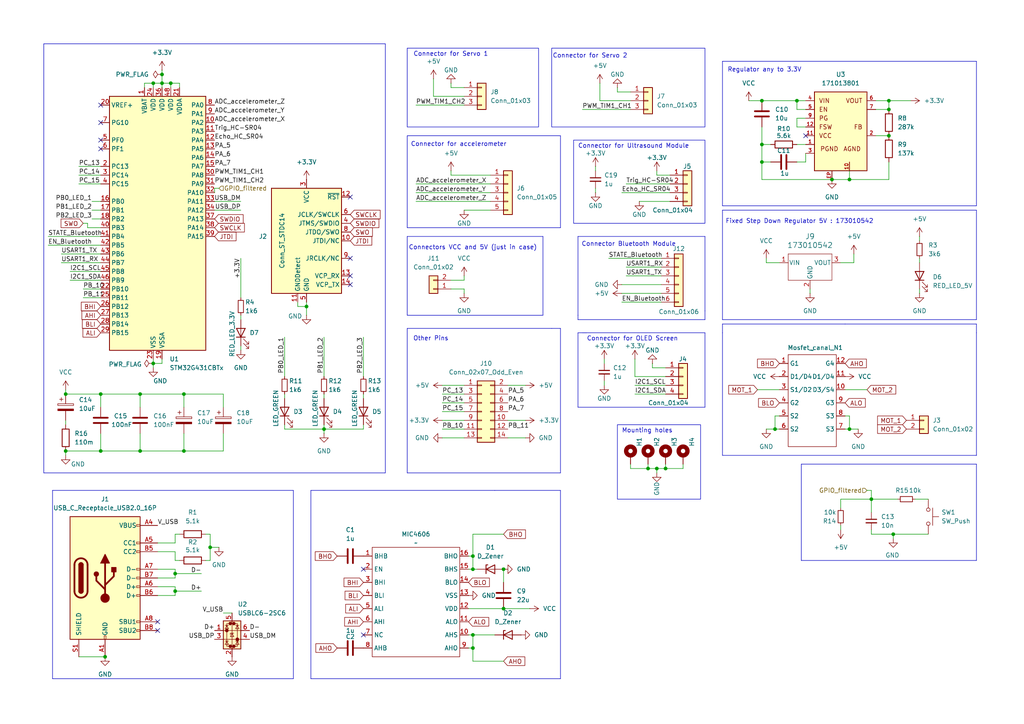
<source format=kicad_sch>
(kicad_sch (version 20231120) (generator "eeschema") (generator_version "8.0")
  (paper "A4")
  (junction (at 46.99 24.13))
  (junction (at 146.05 176.53))
  (junction (at 29.21 114.3))
  (junction (at 246.38 52.07))
  (junction (at 60.96 158.75))
  (junction (at 252.73 144.78))
  (junction (at 50.8 171.45))
  (junction (at 19.05 130.81))
  (junction (at 257.81 29.21))
  (junction (at 30.48 190.5))
  (junction (at 193.04 135.89))
  (junction (at 220.98 41.91))
  (junction (at 137.16 187.96))
  (junction (at 53.34 130.81))
  (junction (at 49.53 24.13))
  (junction (at 53.34 114.3))
  (junction (at 220.98 29.21))
  (junction (at 246.38 124.46))
  (junction (at 220.98 46.99))
  (junction (at 146.05 165.1))
  (junction (at 46.99 21.59))
  (junction (at 241.3 52.07))
  (junction (at 29.21 130.81))
  (junction (at 187.96 135.89))
  (junction (at 257.81 39.37))
  (junction (at 190.5 135.89))
  (junction (at 19.05 114.3))
  (junction (at 137.16 161.29))
  (junction (at 231.14 29.21))
  (junction (at 259.08 154.94))
  (junction (at 44.45 24.13))
  (junction (at 40.64 114.3))
  (junction (at 44.45 105.41))
  (junction (at 93.98 124.46))
  (junction (at 137.16 184.15))
  (junction (at 224.79 124.46))
  (junction (at 50.8 166.37))
  (junction (at 40.64 130.81))
  (junction (at 257.81 31.75))
  (junction (at 137.16 165.1))
  (junction (at 88.9 88.9))
  (no_connect (at 101.6 82.55))
  (no_connect (at 101.6 57.15))
  (no_connect (at 29.21 43.18))
  (no_connect (at 29.21 30.48))
  (no_connect (at 29.21 35.56))
  (no_connect (at 105.41 165.1))
  (no_connect (at 45.72 180.34))
  (no_connect (at 233.68 39.37))
  (no_connect (at 45.72 182.88))
  (no_connect (at 105.41 184.15))
  (no_connect (at 101.6 74.93))
  (no_connect (at 101.6 80.01))
  (no_connect (at 29.21 40.64))
  (wire (pts (xy 128.27 116.84) (xy 134.62 116.84)))
  (wire (pts (xy 251.46 142.24) (xy 252.73 142.24)))
  (wire (pts (xy 24.13 83.82) (xy 29.21 83.82)))
  (wire (pts (xy 93.98 114.3) (xy 93.98 115.57)))
  (polyline (pts (xy 118.11 127) (xy 118.11 137.16)))
  (wire (pts (xy 246.38 49.53) (xy 246.38 52.07)))
  (wire (pts (xy 69.85 100.33) (xy 69.85 101.6)))
  (wire (pts (xy 64.77 125.73) (xy 64.77 130.81)))
  (wire (pts (xy 234.95 83.82) (xy 234.95 85.09)))
  (polyline (pts (xy 162.56 137.16) (xy 162.56 95.25)))
  (wire (pts (xy 59.69 154.94) (xy 60.96 154.94)))
  (wire (pts (xy 50.8 171.45) (xy 50.8 172.72)))
  (wire (pts (xy 247.65 73.66) (xy 247.65 76.2)))
  (wire (pts (xy 184.15 111.76) (xy 193.04 111.76)))
  (wire (pts (xy 233.68 36.83) (xy 231.14 36.83)))
  (polyline (pts (xy 167.64 68.58) (xy 167.64 91.44)))
  (polyline (pts (xy 283.21 134.62) (xy 283.21 162.56)))
  (polyline (pts (xy 12.7 137.16) (xy 111.76 137.16)))
  (wire (pts (xy 25.4 64.77) (xy 25.4 66.04)))
  (wire (pts (xy 17.78 76.2) (xy 29.21 76.2)))
  (wire (pts (xy 50.8 171.45) (xy 58.42 171.45)))
  (polyline (pts (xy 167.64 92.71) (xy 167.64 91.44)))
  (wire (pts (xy 222.25 124.46) (xy 224.79 124.46)))
  (wire (pts (xy 49.53 24.13) (xy 52.07 24.13)))
  (polyline (pts (xy 90.17 142.24) (xy 143.51 142.24)))
  (wire (pts (xy 243.84 153.67) (xy 243.84 152.4)))
  (wire (pts (xy 130.81 83.82) (xy 134.62 83.82)))
  (polyline (pts (xy 85.09 196.85) (xy 15.24 196.85)))
  (wire (pts (xy 182.88 134.62) (xy 182.88 135.89)))
  (polyline (pts (xy 283.21 17.78) (xy 283.21 59.69)))
  (polyline (pts (xy 204.47 90.17) (xy 204.47 92.71)))
  (wire (pts (xy 44.45 24.13) (xy 44.45 25.4)))
  (wire (pts (xy 224.79 124.46) (xy 226.06 124.46)))
  (wire (pts (xy 19.05 130.81) (xy 19.05 132.08)))
  (polyline (pts (xy 167.64 118.11) (xy 167.64 96.52)))
  (polyline (pts (xy 15.24 196.85) (xy 15.24 142.24)))
  (wire (pts (xy 264.16 29.21) (xy 257.81 29.21)))
  (wire (pts (xy 231.14 46.99) (xy 233.68 46.99)))
  (wire (pts (xy 120.65 30.48) (xy 134.62 30.48)))
  (wire (pts (xy 233.68 46.99) (xy 233.68 44.45)))
  (wire (pts (xy 62.23 60.96) (xy 69.85 60.96)))
  (polyline (pts (xy 204.47 96.52) (xy 204.47 118.11)))
  (wire (pts (xy 13.97 71.12) (xy 29.21 71.12)))
  (wire (pts (xy 265.43 144.78) (xy 269.24 144.78)))
  (wire (pts (xy 64.77 114.3) (xy 64.77 118.11)))
  (wire (pts (xy 138.43 165.1) (xy 137.16 165.1)))
  (wire (pts (xy 190.5 49.53) (xy 190.5 50.8)))
  (wire (pts (xy 254 39.37) (xy 257.81 39.37)))
  (polyline (pts (xy 168.91 96.52) (xy 204.47 96.52)))
  (wire (pts (xy 266.7 68.58) (xy 266.7 69.85)))
  (wire (pts (xy 130.81 24.13) (xy 130.81 25.4)))
  (wire (pts (xy 189.23 105.41) (xy 189.23 106.68)))
  (wire (pts (xy 60.96 158.75) (xy 60.96 162.56)))
  (wire (pts (xy 64.77 177.8) (xy 67.31 177.8)))
  (wire (pts (xy 176.53 74.93) (xy 191.77 74.93)))
  (wire (pts (xy 69.85 74.93) (xy 69.85 86.36)))
  (wire (pts (xy 220.98 46.99) (xy 220.98 52.07)))
  (wire (pts (xy 29.21 130.81) (xy 19.05 130.81)))
  (wire (pts (xy 220.98 41.91) (xy 220.98 46.99)))
  (wire (pts (xy 254 31.75) (xy 257.81 31.75)))
  (wire (pts (xy 173.99 24.13) (xy 173.99 29.21)))
  (wire (pts (xy 134.62 83.82) (xy 134.62 85.09)))
  (wire (pts (xy 50.8 154.94) (xy 52.07 154.94)))
  (wire (pts (xy 125.73 27.94) (xy 134.62 27.94)))
  (wire (pts (xy 243.84 147.32) (xy 243.84 144.78)))
  (wire (pts (xy 45.72 157.48) (xy 50.8 157.48)))
  (wire (pts (xy 88.9 91.44) (xy 88.9 88.9)))
  (polyline (pts (xy 118.11 39.37) (xy 118.11 66.04)))
  (wire (pts (xy 259.08 154.94) (xy 259.08 156.21)))
  (polyline (pts (xy 118.11 39.37) (xy 119.38 39.37)))
  (wire (pts (xy 135.89 184.15) (xy 137.16 184.15)))
  (wire (pts (xy 220.98 41.91) (xy 223.52 41.91)))
  (wire (pts (xy 137.16 187.96) (xy 135.89 187.96)))
  (wire (pts (xy 128.27 114.3) (xy 134.62 114.3)))
  (wire (pts (xy 125.73 22.86) (xy 125.73 27.94)))
  (polyline (pts (xy 90.17 196.85) (xy 90.17 142.24)))
  (polyline (pts (xy 162.56 39.37) (xy 162.56 66.04)))
  (polyline (pts (xy 232.41 134.62) (xy 283.21 134.62)))
  (wire (pts (xy 175.26 110.49) (xy 175.26 111.76)))
  (wire (pts (xy 134.62 60.96) (xy 142.24 60.96)))
  (wire (pts (xy 26.67 63.5) (xy 29.21 63.5)))
  (wire (pts (xy 128.27 119.38) (xy 134.62 119.38)))
  (polyline (pts (xy 162.56 95.25) (xy 160.02 95.25)))
  (polyline (pts (xy 283.21 93.98) (xy 283.21 96.52)))
  (wire (pts (xy 180.34 87.63) (xy 191.77 87.63)))
  (polyline (pts (xy 204.47 118.11) (xy 167.64 118.11)))
  (wire (pts (xy 46.99 21.59) (xy 46.99 24.13)))
  (wire (pts (xy 49.53 25.4) (xy 49.53 24.13)))
  (polyline (pts (xy 204.47 68.58) (xy 204.47 90.17)))
  (wire (pts (xy 168.91 31.75) (xy 182.88 31.75)))
  (polyline (pts (xy 119.38 39.37) (xy 162.56 39.37)))
  (wire (pts (xy 60.96 154.94) (xy 60.96 158.75)))
  (wire (pts (xy 40.64 118.11) (xy 40.64 114.3)))
  (polyline (pts (xy 245.11 93.98) (xy 283.21 93.98)))
  (wire (pts (xy 220.98 36.83) (xy 220.98 41.91)))
  (wire (pts (xy 257.81 31.75) (xy 257.81 29.21)))
  (wire (pts (xy 181.61 53.34) (xy 194.31 53.34)))
  (wire (pts (xy 46.99 20.32) (xy 46.99 21.59)))
  (polyline (pts (xy 162.56 142.24) (xy 162.56 196.85)))
  (wire (pts (xy 180.34 85.09) (xy 191.77 85.09)))
  (polyline (pts (xy 209.55 96.52) (xy 209.55 132.08)))
  (wire (pts (xy 231.14 41.91) (xy 233.68 41.91)))
  (wire (pts (xy 88.9 88.9) (xy 86.36 88.9)))
  (wire (pts (xy 46.99 24.13) (xy 49.53 24.13)))
  (wire (pts (xy 257.81 52.07) (xy 246.38 52.07)))
  (wire (pts (xy 19.05 121.92) (xy 19.05 123.19)))
  (wire (pts (xy 29.21 118.11) (xy 29.21 114.3)))
  (polyline (pts (xy 283.21 96.52) (xy 283.21 132.08)))
  (wire (pts (xy 22.86 190.5) (xy 30.48 190.5)))
  (polyline (pts (xy 167.64 68.58) (xy 204.47 68.58)))
  (wire (pts (xy 245.11 113.03) (xy 251.46 113.03)))
  (wire (pts (xy 22.86 53.34) (xy 29.21 53.34)))
  (wire (pts (xy 105.41 123.19) (xy 105.41 124.46)))
  (polyline (pts (xy 209.55 17.78) (xy 283.21 17.78)))
  (wire (pts (xy 259.08 154.94) (xy 269.24 154.94)))
  (wire (pts (xy 88.9 87.63) (xy 88.9 88.9)))
  (wire (pts (xy 219.71 113.03) (xy 226.06 113.03)))
  (polyline (pts (xy 167.64 96.52) (xy 170.18 96.52)))
  (wire (pts (xy 93.98 97.79) (xy 93.98 109.22)))
  (wire (pts (xy 137.16 161.29) (xy 137.16 165.1)))
  (wire (pts (xy 222.25 76.2) (xy 226.06 76.2)))
  (wire (pts (xy 53.34 125.73) (xy 53.34 130.81)))
  (wire (pts (xy 13.97 68.58) (xy 29.21 68.58)))
  (wire (pts (xy 53.34 114.3) (xy 53.34 118.11)))
  (wire (pts (xy 62.23 54.61) (xy 63.5 54.61)))
  (wire (pts (xy 130.81 25.4) (xy 134.62 25.4)))
  (wire (pts (xy 184.15 109.22) (xy 193.04 109.22)))
  (polyline (pts (xy 283.21 92.71) (xy 209.55 92.71)))
  (polyline (pts (xy 283.21 132.08) (xy 283.21 132.08)))
  (wire (pts (xy 128.27 111.76) (xy 134.62 111.76)))
  (wire (pts (xy 184.15 114.3) (xy 193.04 114.3)))
  (wire (pts (xy 135.89 176.53) (xy 146.05 176.53)))
  (wire (pts (xy 231.14 34.29) (xy 233.68 34.29)))
  (wire (pts (xy 46.99 104.14) (xy 46.99 105.41)))
  (wire (pts (xy 220.98 52.07) (xy 241.3 52.07)))
  (wire (pts (xy 220.98 46.99) (xy 223.52 46.99)))
  (wire (pts (xy 246.38 124.46) (xy 248.92 124.46)))
  (wire (pts (xy 137.16 154.94) (xy 137.16 161.29)))
  (wire (pts (xy 20.32 81.28) (xy 29.21 81.28)))
  (wire (pts (xy 40.64 125.73) (xy 40.64 130.81)))
  (polyline (pts (xy 118.11 127) (xy 118.11 95.25)))
  (wire (pts (xy 44.45 106.68) (xy 44.45 105.41)))
  (wire (pts (xy 105.41 114.3) (xy 105.41 115.57)))
  (wire (pts (xy 246.38 52.07) (xy 241.3 52.07)))
  (wire (pts (xy 137.16 161.29) (xy 135.89 161.29)))
  (wire (pts (xy 24.13 64.77) (xy 25.4 64.77)))
  (wire (pts (xy 120.65 53.34) (xy 142.24 53.34)))
  (wire (pts (xy 93.98 124.46) (xy 93.98 125.73)))
  (wire (pts (xy 222.25 74.93) (xy 222.25 76.2)))
  (polyline (pts (xy 118.11 95.25) (xy 160.02 95.25)))
  (wire (pts (xy 187.96 135.89) (xy 190.5 135.89)))
  (wire (pts (xy 187.96 134.62) (xy 187.96 135.89)))
  (wire (pts (xy 45.72 170.18) (xy 50.8 170.18)))
  (wire (pts (xy 247.65 76.2) (xy 243.84 76.2)))
  (wire (pts (xy 189.23 106.68) (xy 193.04 106.68)))
  (wire (pts (xy 59.69 162.56) (xy 60.96 162.56)))
  (wire (pts (xy 50.8 166.37) (xy 50.8 167.64)))
  (polyline (pts (xy 12.7 137.16) (xy 12.7 12.7)))
  (wire (pts (xy 82.55 97.79) (xy 82.55 109.22)))
  (wire (pts (xy 245.11 120.65) (xy 246.38 120.65)))
  (wire (pts (xy 41.91 24.13) (xy 44.45 24.13)))
  (wire (pts (xy 152.4 121.92) (xy 147.32 121.92)))
  (wire (pts (xy 29.21 60.96) (xy 26.67 60.96)))
  (wire (pts (xy 24.13 86.36) (xy 29.21 86.36)))
  (wire (pts (xy 173.99 29.21) (xy 182.88 29.21)))
  (wire (pts (xy 53.34 114.3) (xy 64.77 114.3)))
  (wire (pts (xy 266.7 74.93) (xy 266.7 76.2)))
  (wire (pts (xy 152.4 127) (xy 147.32 127)))
  (wire (pts (xy 50.8 170.18) (xy 50.8 171.45)))
  (wire (pts (xy 128.27 124.46) (xy 134.62 124.46)))
  (wire (pts (xy 146.05 191.77) (xy 137.16 191.77)))
  (wire (pts (xy 52.07 24.13) (xy 52.07 25.4)))
  (wire (pts (xy 120.65 58.42) (xy 142.24 58.42)))
  (wire (pts (xy 231.14 36.83) (xy 231.14 34.29)))
  (wire (pts (xy 17.78 73.66) (xy 29.21 73.66)))
  (polyline (pts (xy 283.21 59.69) (xy 209.55 59.69)))
  (polyline (pts (xy 118.11 68.58) (xy 157.48 68.58)))
  (wire (pts (xy 128.27 121.92) (xy 134.62 121.92)))
  (wire (pts (xy 134.62 81.28) (xy 130.81 81.28)))
  (wire (pts (xy 29.21 130.81) (xy 40.64 130.81)))
  (wire (pts (xy 82.55 114.3) (xy 82.55 115.57)))
  (wire (pts (xy 184.15 104.14) (xy 184.15 109.22)))
  (polyline (pts (xy 162.56 196.85) (xy 90.17 196.85)))
  (wire (pts (xy 172.72 54.61) (xy 172.72 55.88)))
  (wire (pts (xy 137.16 191.77) (xy 137.16 187.96)))
  (wire (pts (xy 20.32 78.74) (xy 29.21 78.74)))
  (wire (pts (xy 243.84 144.78) (xy 252.73 144.78)))
  (polyline (pts (xy 209.55 93.98) (xy 209.55 96.52)))
  (wire (pts (xy 19.05 114.3) (xy 19.05 113.03)))
  (wire (pts (xy 180.34 55.88) (xy 194.31 55.88)))
  (wire (pts (xy 185.42 58.42) (xy 194.31 58.42)))
  (wire (pts (xy 45.72 165.1) (xy 50.8 165.1)))
  (wire (pts (xy 252.73 148.59) (xy 252.73 144.78)))
  (wire (pts (xy 231.14 29.21) (xy 231.14 31.75)))
  (polyline (pts (xy 85.09 142.24) (xy 85.09 196.85)))
  (wire (pts (xy 257.81 46.99) (xy 257.81 52.07)))
  (wire (pts (xy 53.34 130.81) (xy 64.77 130.81)))
  (wire (pts (xy 29.21 114.3) (xy 19.05 114.3)))
  (wire (pts (xy 62.23 58.42) (xy 69.85 58.42)))
  (polyline (pts (xy 232.41 134.62) (xy 232.41 162.56)))
  (polyline (pts (xy 111.76 12.7) (xy 111.76 137.16)))
  (wire (pts (xy 44.45 104.14) (xy 44.45 105.41)))
  (wire (pts (xy 62.23 54.61) (xy 62.23 55.88)))
  (wire (pts (xy 146.05 165.1) (xy 146.05 168.91)))
  (wire (pts (xy 69.85 91.44) (xy 69.85 92.71)))
  (polyline (pts (xy 283.21 60.96) (xy 283.21 92.71)))
  (wire (pts (xy 128.27 127) (xy 134.62 127)))
  (polyline (pts (xy 283.21 162.56) (xy 232.41 162.56)))
  (wire (pts (xy 46.99 24.13) (xy 46.99 25.4)))
  (wire (pts (xy 259.08 154.94) (xy 252.73 154.94)))
  (polyline (pts (xy 209.55 60.96) (xy 283.21 60.96)))
  (wire (pts (xy 181.61 80.01) (xy 191.77 80.01)))
  (wire (pts (xy 45.72 160.02) (xy 50.8 160.02)))
  (wire (pts (xy 137.16 184.15) (xy 137.16 187.96)))
  (wire (pts (xy 82.55 124.46) (xy 93.98 124.46)))
  (wire (pts (xy 137.16 165.1) (xy 135.89 165.1)))
  (wire (pts (xy 246.38 120.65) (xy 246.38 124.46)))
  (wire (pts (xy 224.79 120.65) (xy 224.79 124.46)))
  (wire (pts (xy 181.61 77.47) (xy 191.77 77.47)))
  (wire (pts (xy 220.98 29.21) (xy 231.14 29.21)))
  (polyline (pts (xy 118.11 68.58) (xy 118.11 91.44)))
  (wire (pts (xy 180.34 82.55) (xy 191.77 82.55)))
  (wire (pts (xy 50.8 167.64) (xy 45.72 167.64)))
  (wire (pts (xy 130.81 50.8) (xy 142.24 50.8)))
  (wire (pts (xy 190.5 135.89) (xy 190.5 137.16)))
  (wire (pts (xy 50.8 160.02) (xy 50.8 162.56)))
  (polyline (pts (xy 162.56 66.04) (xy 118.11 66.04)))
  (wire (pts (xy 198.12 135.89) (xy 193.04 135.89)))
  (wire (pts (xy 146.05 176.53) (xy 153.67 176.53)))
  (wire (pts (xy 50.8 157.48) (xy 50.8 154.94)))
  (polyline (pts (xy 157.48 68.58) (xy 157.48 91.44)))
  (wire (pts (xy 40.64 114.3) (xy 53.34 114.3)))
  (wire (pts (xy 172.72 48.26) (xy 172.72 49.53)))
  (wire (pts (xy 252.73 142.24) (xy 252.73 144.78)))
  (wire (pts (xy 175.26 104.14) (xy 175.26 105.41)))
  (wire (pts (xy 29.21 58.42) (xy 26.67 58.42)))
  (polyline (pts (xy 12.7 12.7) (xy 111.76 12.7)))
  (wire (pts (xy 245.11 124.46) (xy 246.38 124.46)))
  (wire (pts (xy 146.05 154.94) (xy 137.16 154.94)))
  (wire (pts (xy 29.21 125.73) (xy 29.21 130.81)))
  (wire (pts (xy 82.55 123.19) (xy 82.55 124.46)))
  (wire (pts (xy 120.65 55.88) (xy 142.24 55.88)))
  (wire (pts (xy 190.5 135.89) (xy 193.04 135.89)))
  (polyline (pts (xy 245.11 93.98) (xy 209.55 93.98)))
  (wire (pts (xy 50.8 165.1) (xy 50.8 166.37)))
  (polyline (pts (xy 143.51 142.24) (xy 162.56 142.24)))
  (polyline (pts (xy 209.55 17.78) (xy 209.55 59.69)))
  (wire (pts (xy 40.64 130.81) (xy 53.34 130.81)))
  (wire (pts (xy 182.88 135.89) (xy 187.96 135.89)))
  (wire (pts (xy 105.41 97.79) (xy 105.41 109.22)))
  (wire (pts (xy 252.73 154.94) (xy 252.73 153.67)))
  (polyline (pts (xy 118.11 137.16) (xy 162.56 137.16)))
  (wire (pts (xy 60.96 158.75) (xy 63.5 158.75)))
  (wire (pts (xy 22.86 48.26) (xy 29.21 48.26)))
  (wire (pts (xy 50.8 172.72) (xy 45.72 172.72)))
  (wire (pts (xy 130.81 49.53) (xy 130.81 50.8)))
  (wire (pts (xy 93.98 123.19) (xy 93.98 124.46)))
  (wire (pts (xy 29.21 114.3) (xy 40.64 114.3)))
  (wire (pts (xy 190.5 50.8) (xy 194.31 50.8)))
  (polyline (pts (xy 204.47 92.71) (xy 167.64 92.71)))
  (wire (pts (xy 50.8 162.56) (xy 52.07 162.56)))
  (wire (pts (xy 266.7 85.09) (xy 266.7 83.82)))
  (wire (pts (xy 231.14 29.21) (xy 233.68 29.21)))
  (wire (pts (xy 93.98 124.46) (xy 105.41 124.46)))
  (wire (pts (xy 44.45 24.13) (xy 46.99 24.13)))
  (wire (pts (xy 44.45 105.41) (xy 46.99 105.41)))
  (wire (pts (xy 152.4 111.76) (xy 147.32 111.76)))
  (wire (pts (xy 50.8 166.37) (xy 58.42 166.37)))
  (wire (pts (xy 22.86 50.8) (xy 29.21 50.8)))
  (wire (pts (xy 179.07 26.67) (xy 182.88 26.67)))
  (wire (pts (xy 179.07 25.4) (xy 179.07 26.67)))
  (wire (pts (xy 198.12 135.89) (xy 198.12 134.62)))
  (polyline (pts (xy 209.55 132.08) (xy 283.21 132.08)))
  (wire (pts (xy 143.51 184.15) (xy 137.16 184.15)))
  (wire (pts (xy 25.4 66.04) (xy 29.21 66.04)))
  (wire (pts (xy 217.17 29.21) (xy 220.98 29.21)))
  (wire (pts (xy 257.81 29.21) (xy 254 29.21)))
  (wire (pts (xy 226.06 120.65) (xy 224.79 120.65)))
  (polyline (pts (xy 15.24 142.24) (xy 85.09 142.24)))
  (polyline (pts (xy 157.48 91.44) (xy 118.11 91.44)))
  (wire (pts (xy 231.14 31.75) (xy 233.68 31.75)))
  (polyline (pts (xy 209.55 60.96) (xy 209.55 92.71)))
  (wire (pts (xy 252.73 144.78) (xy 260.35 144.78)))
  (wire (pts (xy 41.91 24.13) (xy 41.91 25.4)))
  (wire (pts (xy 193.04 134.62) (xy 193.04 135.89)))
  (wire (pts (xy 134.62 80.01) (xy 134.62 81.28)))
  (wire (pts (xy 86.36 88.9) (xy 86.36 87.63)))
  (rectangle (start 179.07 123.19) (end 203.2 144.78))
  (rectangle (start 160.02 13.97) (end 204.47 36.83))
  (rectangle (start 166.37 40.64) (end 204.47 64.77))
  (rectangle (start 118.11 13.97) (end 156.21 36.83))
  (text "Fixed Step Down Regulator 5V : 173010542" (at 231.902 64.262 0) (effects (font (size 1.27 1.27))))
  (text "Regulator any to 3.3V" (at 221.742 20.32 0) (effects (font (size 1.27 1.27))))
  (text "Mounting holes" (at 180.34 125.73 0) (effects (font (size 1.27 1.27)) (justify left bottom)))
  (text "Connector for OLED Screen" (at 170.18 99.06 0) (effects (font (size 1.27 1.27)) (justify left bottom)))
  (text "Other Pins\n\n" (at 124.968 99.314 0) (effects (font (size 1.27 1.27))))
  (text "Connector Bluetooth Module" (at 168.656 71.628 0) (effects (font (size 1.27 1.27)) (justify left bottom)))
  (text "Connector for Servo 2\n" (at 160.274 17.018 0) (effects (font (size 1.27 1.27)) (justify left bottom)))
  (text "Connectors VCC and 5V (just in case)" (at 137.16 71.882 0) (effects (font (size 1.27 1.27))))
  (text "Connector for Ultrasound Module" (at 167.64 43.18 0) (effects (font (size 1.27 1.27)) (justify left bottom)))
  (text "Connector for Servo 1\n" (at 119.888 16.51 0) (effects (font (size 1.27 1.27)) (justify left bottom)))
  (text "Connector for accelerometer\n\n" (at 119.126 44.704 0) (effects (font (size 1.27 1.27)) (justify left bottom)))
  (label "PB_10" (at 128.27 124.46 0))
  (label "PB0_LED_1" (at 82.55 97.79 270))
  (label "EN_Bluetooth" (at 180.34 87.63 0))
  (label "PA_5" (at 62.23 43.18 0))
  (label "D+" (at 62.23 182.88 180))
  (label "Trig_HC-SR04" (at 181.61 53.34 0))
  (label "I2C1_SDA" (at 184.15 114.3 0))
  (label "PA_7" (at 62.23 48.26 0))
  (label "STATE_Bluetooth" (at 176.53 74.93 0))
  (label "PC_15" (at 22.86 53.34 0))
  (label "USB_DP" (at 62.23 185.42 180))
  (label "PC_13" (at 128.27 114.3 0))
  (label "PB2_LED_3" (at 105.41 97.79 270))
  (label "D-" (at 72.39 182.88 0))
  (label "Trig_HC-SR04" (at 62.23 38.1 0))
  (label "PC_15" (at 128.27 119.38 0))
  (label "PC_14" (at 22.86 50.8 0))
  (label "Echo_HC_SR04" (at 180.34 55.88 0))
  (label "USART1_RX" (at 17.78 76.2 0))
  (label "USART1_TX" (at 181.61 80.01 0))
  (label "PA_6" (at 147.32 116.84 0))
  (label "I2C1_SCL" (at 20.32 78.74 0))
  (label "PWM_TIM1_CH2" (at 120.65 30.48 0))
  (label "PA_6" (at 62.23 45.72 0))
  (label "ADC_accelerometer_Y" (at 120.65 55.88 0))
  (label "D+" (at 58.42 171.45 180))
  (label "PC_13" (at 22.86 48.26 0))
  (label "ADC_accelerometer_Z" (at 120.65 58.42 0))
  (label "D-" (at 58.42 166.37 180))
  (label "USB_DM" (at 69.85 58.42 180))
  (label "ADC_accelerometer_Y" (at 62.23 33.02 0))
  (label "ADC_accelerometer_X" (at 120.65 53.34 0))
  (label "V_USB" (at 64.77 177.8 180))
  (label "EN_Bluetooth" (at 13.97 71.12 0))
  (label "PWM_TIM1_CH1" (at 168.91 31.75 0))
  (label "PB_11" (at 147.32 124.46 0))
  (label "PB_11" (at 24.13 86.36 0))
  (label "PB1_LED_2" (at 93.98 97.79 270))
  (label "PWM_TIM1_CH2" (at 62.23 53.34 0))
  (label "PWM_TIM1_CH1" (at 62.23 50.8 0))
  (label "STATE_Bluetooth" (at 13.97 68.58 0))
  (label "PB_10" (at 24.13 83.82 0))
  (label "V_USB" (at 45.72 152.4 0))
  (label "PA_7" (at 147.32 119.38 0))
  (label "I2C1_SCL" (at 184.15 111.76 0))
  (label "USB_DM" (at 72.39 185.42 0))
  (label "I2C1_SDA" (at 20.32 81.28 0))
  (label "+3.3V" (at 69.85 74.93 270))
  (label "ADC_accelerometer_Z" (at 62.23 30.48 0))
  (label "USART1_TX" (at 17.78 73.66 0))
  (label "PB0_LED_1" (at 26.67 58.42 180))
  (label "PA_5" (at 147.32 114.3 0))
  (label "USART1_RX" (at 181.61 77.47 0))
  (label "PC_14" (at 128.27 116.84 0))
  (label "ADC_accelerometer_X" (at 62.23 35.56 0))
  (label "USB_DP" (at 69.85 60.96 180))
  (label "PB2_LED_3" (at 26.67 63.5 180))
  (label "PB1_LED_2" (at 26.67 60.96 180))
  (label "Echo_HC_SR04" (at 62.23 40.64 0))
  (global_label "BLO" (shape input) (at 226.06 116.84 180) (property "Intersheetrefs" "${INTERSHEET_REFS}" (effects (hide yes))))
  (global_label "BHO" (shape input) (at 97.79 161.29 180) (property "Intersheetrefs" "${INTERSHEET_REFS}" (effects (hide yes))))
  (global_label "MOT_2" (shape input) (at 251.46 113.03 0) (property "Intersheetrefs" "${INTERSHEET_REFS}" (effects (hide yes))))
  (global_label "SWCLK" (shape input) (at 101.6 62.23 0) (property "Intersheetrefs" "${INTERSHEET_REFS}" (effects (hide yes))))
  (global_label "SWO" (shape input) (at 101.6 67.31 0) (property "Intersheetrefs" "${INTERSHEET_REFS}" (effects (hide yes))))
  (global_label "SWO" (shape input) (at 24.13 64.77 180) (property "Intersheetrefs" "${INTERSHEET_REFS}" (effects (hide yes))))
  (global_label "AHI" (shape input) (at 105.41 180.34 180) (property "Intersheetrefs" "${INTERSHEET_REFS}" (effects (hide yes))))
  (global_label "ALI" (shape input) (at 29.21 96.52 180) (property "Intersheetrefs" "${INTERSHEET_REFS}" (effects (hide yes))))
  (global_label "AHO" (shape input) (at 97.79 187.96 180) (property "Intersheetrefs" "${INTERSHEET_REFS}" (effects (hide yes))))
  (global_label "MOT_2" (shape input) (at 262.89 124.46 180) (property "Intersheetrefs" "${INTERSHEET_REFS}" (effects (hide yes))))
  (global_label "AHO" (shape input) (at 245.11 105.41 0) (property "Intersheetrefs" "${INTERSHEET_REFS}" (effects (hide yes))))
  (global_label "ALO" (shape input) (at 245.11 116.84 0) (property "Intersheetrefs" "${INTERSHEET_REFS}" (effects (hide yes))))
  (global_label "BLI" (shape input) (at 29.21 93.98 180) (property "Intersheetrefs" "${INTERSHEET_REFS}" (effects (hide yes))))
  (global_label "ALI" (shape input) (at 105.41 176.53 180) (property "Intersheetrefs" "${INTERSHEET_REFS}" (effects (hide yes))))
  (global_label "BLO" (shape input) (at 135.89 168.91 0) (property "Intersheetrefs" "${INTERSHEET_REFS}" (effects (hide yes))))
  (global_label "BHO" (shape input) (at 226.06 105.41 180) (property "Intersheetrefs" "${INTERSHEET_REFS}" (effects (hide yes))))
  (global_label "SWCLK" (shape input) (at 62.23 66.04 0) (property "Intersheetrefs" "${INTERSHEET_REFS}" (effects (hide yes))))
  (global_label "JTDI" (shape input) (at 101.6 69.85 0) (property "Intersheetrefs" "${INTERSHEET_REFS}" (effects (hide yes))))
  (global_label "AHI" (shape input) (at 29.21 91.44 180) (property "Intersheetrefs" "${INTERSHEET_REFS}" (effects (hide yes))))
  (global_label "AHO" (shape input) (at 146.05 191.77 0) (property "Intersheetrefs" "${INTERSHEET_REFS}" (effects (hide yes))))
  (global_label "BHO" (shape input) (at 146.05 154.94 0) (property "Intersheetrefs" "${INTERSHEET_REFS}" (effects (hide yes))))
  (global_label "MOT_1" (shape input) (at 219.71 113.03 180) (property "Intersheetrefs" "${INTERSHEET_REFS}" (effects (hide yes))))
  (global_label "BHI" (shape input) (at 29.21 88.9 180) (property "Intersheetrefs" "${INTERSHEET_REFS}" (effects (hide yes))))
  (global_label "BHI" (shape input) (at 105.41 168.91 180) (property "Intersheetrefs" "${INTERSHEET_REFS}" (effects (hide yes))))
  (global_label "MOT_1" (shape input) (at 262.89 121.92 180) (property "Intersheetrefs" "${INTERSHEET_REFS}" (effects (hide yes))))
  (global_label "BLI" (shape input) (at 105.41 172.72 180) (property "Intersheetrefs" "${INTERSHEET_REFS}" (effects (hide yes))))
  (global_label "SWDIO" (shape input) (at 101.6 64.77 0) (property "Intersheetrefs" "${INTERSHEET_REFS}" (effects (hide yes))))
  (global_label "ALO" (shape input) (at 135.89 180.34 0) (property "Intersheetrefs" "${INTERSHEET_REFS}" (effects (hide yes))))
  (global_label "SWDIO" (shape input) (at 62.23 63.5 0) (property "Intersheetrefs" "${INTERSHEET_REFS}" (effects (hide yes))))
  (global_label "JTDI" (shape input) (at 62.23 68.58 0) (property "Intersheetrefs" "${INTERSHEET_REFS}" (effects (hide yes))))
  (hierarchical_label "GPIO_filtered" (shape input) (at 63.5 54.61 0))
  (hierarchical_label "GPIO_filtered" (shape input) (at 251.46 142.24 180))
  (symbol (lib_id "Connector_Generic:Conn_01x05") (at 147.32 55.88 0) (unit 1)
    (property "Reference" "J6" (at 149.86 54.6099 0) (effects (justify left)))
    (property "Value" "Conn_01x05" (at 149.86 57.1499 0) (effects (justify left)))
    (property "Footprint" "Connector_JST:JST_XH_B5B-XH-A_1x05_P2.50mm_Vertical" (effects (hide yes)))
    (property "Description" "Generic connector, single row, 01x05, script generated (kicad-library-utils/schlib/autogen/connector/)" (effects (hide yes)))
  )
  (symbol (lib_id "power:GND") (at 172.72 55.88 0) (unit 1)
    (property "Reference" "#PWR030" (effects (hide yes)))
    (property "Value" "GND" (at 172.72 59.69 0))
  )
  (symbol (lib_id "Connector_Generic:Conn_01x04") (at 199.39 53.34 0) (unit 1)
    (property "Reference" "J5" (at 198.12 48.26 0) (effects (justify left)))
    (property "Value" "Conn_01x04" (at 189.23 60.96 0) (effects (justify left)))
    (property "Footprint" "Connector_JST:JST_XH_B4B-XH-A_1x04_P2.50mm_Vertical" (effects (hide yes)))
  )
  (symbol (lib_id "173010542_5V_Buck:173010542") (at 234.95 77.47 0) (unit 1)
    (property "Reference" "J9" (at 234.95 68.58 0) (effects (font (size 1.524 1.524))))
    (property "Value" "173010542" (at 234.95 71.12 0) (effects (font (size 1.524 1.524))))
    (property "Footprint" "Library_MAKER:173013542" (effects (hide yes)))
    (property "Datasheet" "https://www.we-online.com/components/products/datasheet/173010542.pdf" (effects (hide yes)))
    (property "MPN" "173010542" (effects (hide yes)))
  )
  (symbol (lib_id "power:+3.3V") (at 264.16 29.21 270) (unit 1)
    (property "Reference" "#PWR023" (effects (hide yes)))
    (property "Value" "+3.3V" (at 267.97 29.2099 90) (effects (justify left)))
    (property "Description" "Power symbol creates a global label with name \"+3.3V\"" (effects (hide yes)))
  )
  (symbol (lib_id "power:VCC") (at 245.11 109.22 270) (unit 1)
    (property "Reference" "#PWR049" (effects (hide yes)))
    (property "Value" "VCC" (at 248.92 109.2199 90) (effects (justify left)))
    (property "Description" "Power symbol creates a global label with name \"VCC\"" (effects (hide yes)))
  )
  (symbol (lib_id "Device:C_Polarized") (at 19.05 118.11 0) (unit 1)
    (property "Reference" "C14" (at 22.86 115.9509 0) (effects (justify left)))
    (property "Value" "10uF" (at 22.86 118.4909 0) (effects (justify left)))
    (property "Footprint" "Capacitor_SMD:CP_Elec_4x5.7" (effects (hide yes)))
  )
  (symbol (lib_id "power:GND") (at 180.34 82.55 270) (unit 1)
    (property "Reference" "#PWR051" (effects (hide yes)))
    (property "Value" "GND" (at 176.53 82.5499 90) (effects (justify right)))
    (property "Description" "Power symbol creates a global label with name \"GND\" , ground" (effects (hide yes)))
  )
  (symbol (lib_id "Device:C_Polarized") (at 64.77 121.92 0) (unit 1)
    (property "Reference" "C18" (at 68.58 119.7609 0) (effects (justify left)))
    (property "Value" "10uF" (at 68.58 122.3009 0) (effects (justify left)))
    (property "Footprint" "Capacitor_SMD:CP_Elec_4x5.7" (effects (hide yes)))
  )
  (symbol (lib_id "Device:C") (at 101.6 187.96 90) (unit 1)
    (property "Reference" "C2" (at 101.6 184.658 90))
    (property "Value" "1u" (at 101.6 182.88 90))
    (property "Footprint" "Capacitor_SMD:C_0402_1005Metric_Pad0.74x0.62mm_HandSolder" (effects (hide yes)))
    (property "Description" "Unpolarized capacitor" (effects (hide yes)))
  )
  (symbol (lib_id "Device:LED") (at 105.41 119.38 90) (unit 1)
    (property "Reference" "D5" (at 107.95 119.38 90) (effects (justify right)))
    (property "Value" "LED_GREEN" (at 102.87 113.03 0) (effects (justify right)))
    (property "Footprint" "LED_SMD:LED_0603_1608Metric_Pad1.05x0.95mm_HandSolder" (effects (hide yes)))
  )
  (symbol (lib_id "power:PWR_FLAG") (at 44.45 105.41 90) (unit 1)
    (property "Reference" "#FLG01" (effects (hide yes)))
    (property "Value" "PWR_FLAG" (at 36.322 105.664 90))
    (property "Description" "Special symbol for telling ERC where power comes from" (effects (hide yes)))
  )
  (symbol (lib_id "power:VCC") (at 153.67 176.53 270) (unit 1)
    (property "Reference" "#PWR018" (effects (hide yes)))
    (property "Value" "VCC" (at 157.48 176.5299 90) (effects (justify left)))
    (property "Description" "Power symbol creates a global label with name \"VCC\"" (effects (hide yes)))
  )
  (symbol (lib_id "power:+3.3V") (at 128.27 121.92 90) (unit 1)
    (property "Reference" "#PWR042" (effects (hide yes)))
    (property "Value" "+3.3V" (at 124.46 121.9199 90) (effects (justify left)))
    (property "Description" "Power symbol creates a global label with name \"+3.3V\"" (effects (hide yes)))
  )
  (symbol (lib_id "Connector_Generic:Conn_01x06") (at 196.85 80.01 0) (unit 1)
    (property "Reference" "J12" (at 195.072 72.136 0) (effects (justify left)))
    (property "Value" "Conn_01x06" (at 191.008 90.424 0) (effects (justify left)))
    (property "Footprint" "Connector_JST:JST_XH_B6B-XH-A_1x06_P2.50mm_Vertical" (effects (hide yes)))
    (property "Description" "Generic connector, single row, 01x06, script generated (kicad-library-utils/schlib/autogen/connector/)" (effects (hide yes)))
  )
  (symbol (lib_id "Device:R_Small") (at 93.98 111.76 0) (unit 1)
    (property "Reference" "R12" (at 95.25 110.49 0) (effects (justify left)))
    (property "Value" "1k6" (at 95.25 113.03 0) (effects (justify left)))
    (property "Footprint" "Resistor_SMD:R_0402_1005Metric_Pad0.72x0.64mm_HandSolder" (effects (hide yes)))
  )
  (symbol (lib_id "Device:R") (at 257.81 35.56 0) (unit 1)
    (property "Reference" "R8" (at 260.35 34.2899 0) (effects (justify left)))
    (property "Value" "287k" (at 260.35 36.8299 0) (effects (justify left)))
    (property "Footprint" "Resistor_SMD:R_0402_1005Metric_Pad0.72x0.64mm_HandSolder" (effects (hide yes)))
    (property "Description" "Resistor" (effects (hide yes)))
  )
  (symbol (lib_id "Library:WPME-VDLM_LGA-12EP") (at 243.84 36.83 0) (unit 1)
    (property "Reference" "U3" (at 243.84 21.59 0))
    (property "Value" "171013801" (at 243.84 24.13 0))
    (property "Footprint" "Library_MAKER:171023801" (effects (hide yes)))
    (property "MF" "Wurth Elektronik" (effects (hide yes)))
    (property "Description_1" "LGA-12 / 3.5-38Vin / 0.85-13Vout / 1.0A / 10 x 6 x 3.1mm / PFM/PWM" (effects (hide yes)))
    (property "Package" "None" (effects (hide yes)))
    (property "Price" "None" (effects (hide yes)))
    (property "SnapEDA_Link" "https://www.snapeda.com/parts/171013801/Wurth+Electronics/view-part/?ref=snap" (effects (hide yes)))
    (property "MP" "171013801" (effects (hide yes)))
    (property "Availability" "In Stock" (effects (hide yes)))
    (property "Check_prices" "https://www.snapeda.com/parts/171013801/Wurth+Electronics/view-part/?ref=eda" (effects (hide yes)))
  )
  (symbol (lib_id "power:+5V") (at 247.65 73.66 0) (unit 1)
    (property "Reference" "#PWR038" (effects (hide yes)))
    (property "Value" "+5V" (at 247.65 68.58 0))
  )
  (symbol (lib_id "power:GND") (at 69.85 101.6 0) (unit 1)
    (property "Reference" "#PWR047" (effects (hide yes)))
    (property "Value" "GND" (at 69.85 106.68 0))
  )
  (symbol (lib_id "power:GND") (at 190.5 137.16 0) (unit 1)
    (property "Reference" "#PWR029" (effects (hide yes)))
    (property "Value" "GND" (at 190.5 139.7 90) (effects (justify right)))
  )
  (symbol (lib_id "Device:C_Polarized") (at 53.34 121.92 0) (unit 1)
    (property "Reference" "C17" (at 57.15 119.7609 0) (effects (justify left)))
    (property "Value" "10uF" (at 57.15 122.3009 0) (effects (justify left)))
    (property "Footprint" "Capacitor_SMD:CP_Elec_4x5.7" (effects (hide yes)))
  )
  (symbol (lib_id "power:VCC") (at 226.06 109.22 90) (unit 1)
    (property "Reference" "#PWR048" (effects (hide yes)))
    (property "Value" "VCC" (at 222.25 109.2199 90) (effects (justify left)))
    (property "Description" "Power symbol creates a global label with name \"VCC\"" (effects (hide yes)))
  )
  (symbol (lib_id "power:GND") (at 259.08 156.21 0) (unit 1)
    (property "Reference" "#PWR028" (effects (hide yes)))
    (property "Value" "GND" (at 258.826 161.036 0))
  )
  (symbol (lib_id "power:+3.3V") (at 88.9 52.07 0) (unit 1)
    (property "Reference" "#PWR022" (effects (hide yes)))
    (property "Value" "+3.3V" (at 88.9 46.99 0))
    (property "Description" "Power symbol creates a global label with name \"+3.3V\"" (effects (hide yes)))
  )
  (symbol (lib_id "Device:R_Small") (at 82.55 111.76 0) (unit 1)
    (property "Reference" "R11" (at 83.82 110.49 0) (effects (justify left)))
    (property "Value" "1k6" (at 83.82 113.03 0) (effects (justify left)))
    (property "Footprint" "Resistor_SMD:R_0402_1005Metric_Pad0.72x0.64mm_HandSolder" (effects (hide yes)))
  )
  (symbol (lib_id "Connector:USB_C_Receptacle_USB2.0_16P") (at 30.48 167.64 0) (unit 1)
    (property "Reference" "J1" (at 30.48 144.78 0))
    (property "Value" "USB_C_Receptacle_USB2.0_16P" (at 30.48 147.32 0))
    (property "Footprint" "Connector_USB:USB_C_Receptacle_GCT_USB4110" (effects (hide yes)))
    (property "Datasheet" "https://www.usb.org/sites/default/files/documents/usb_type-c.zip" (effects (hide yes)))
    (property "Description" "USB 2.0-only 16P Type-C Receptacle connector" (effects (hide yes)))
  )
  (symbol (lib_id "power:GND") (at 19.05 132.08 0) (unit 1)
    (property "Reference" "#PWR032" (effects (hide yes)))
    (property "Value" "GND" (at 22.606 134.62 0))
  )
  (symbol (lib_id "MCU_ST_STM32G4:STM32G431CBTx") (at 44.45 66.04 0) (unit 1)
    (property "Reference" "U1" (at 49.1841 104.14 0) (effects (justify left)))
    (property "Value" "STM32G431CBTx" (at 49.1841 106.68 0) (effects (justify left)))
    (property "Footprint" "Package_QFP:LQFP-48_7x7mm_P0.5mm" (effects (hide yes)))
    (property "Datasheet" "https://www.st.com/resource/en/datasheet/stm32g431cb.pdf" (effects (hide yes)))
    (property "Description" "STMicroelectronics Arm Cortex-M4 MCU, 128KB flash, 32KB RAM, 170 MHz, 1.71-3.6V, 38 GPIO, LQFP48" (effects (hide yes)))
  )
  (symbol (lib_id "Mechanical:MountingHole_Pad") (at 198.12 132.08 0) (unit 1)
    (property "Reference" "H4" (at 200.66 129.54 90) (effects (justify left)))
    (property "Value" "MountingHole_Pad" (effects (hide yes)))
    (property "Footprint" "MountingHole:MountingHole_2.7mm_M2.5_DIN965_Pad" (effects (hide yes)))
  )
  (symbol (lib_id "power:GND") (at 63.5 158.75 0) (unit 1)
    (property "Reference" "#PWR03" (effects (hide yes)))
    (property "Value" "GND" (at 63.5 163.83 0))
    (property "Description" "Power symbol creates a global label with name \"GND\" , ground" (effects (hide yes)))
  )
  (symbol (lib_id "Mechanical:MountingHole_Pad") (at 187.96 132.08 0) (unit 1)
    (property "Reference" "H2" (at 190.5 129.54 90) (effects (justify left)))
    (property "Value" "MountingHole_Pad" (effects (hide yes)))
    (property "Footprint" "MountingHole:MountingHole_2.7mm_M2.5_DIN965_Pad" (effects (hide yes)))
  )
  (symbol (lib_id "power:+5V") (at 180.34 85.09 90) (unit 1)
    (property "Reference" "#PWR052" (effects (hide yes)))
    (property "Value" "+5V" (at 176.53 85.0899 90) (effects (justify left)))
    (property "Description" "Power symbol creates a global label with name \"+5V\"" (effects (hide yes)))
  )
  (symbol (lib_id "Connector_Generic:Conn_01x02") (at 125.73 83.82 180) (unit 1)
    (property "Reference" "J11" (at 125.73 74.93 0))
    (property "Value" "Conn_01x02" (at 125.73 77.47 0))
    (property "Footprint" "Connector_AMASS:AMASS_XT60-F_1x02_P7.20mm_Vertical" (effects (hide yes)))
    (property "Description" "Generic connector, single row, 01x02, script generated (kicad-library-utils/schlib/autogen/connector/)" (effects (hide yes)))
  )
  (symbol (lib_id "power:+5V") (at 243.84 153.67 180) (unit 1)
    (property "Reference" "#PWR050" (effects (hide yes)))
    (property "Value" "+5V" (at 243.84 158.75 0))
    (property "Description" "Power symbol creates a global label with name \"+5V\"" (effects (hide yes)))
  )
  (symbol (lib_id "Device:R") (at 19.05 127 0) (unit 1)
    (property "Reference" "R16" (at 21.59 125.7299 0) (effects (justify left)))
    (property "Value" "110m" (at 21.59 128.2699 0) (effects (justify left)))
    (property "Footprint" "Resistor_SMD:R_0603_1608Metric_Pad0.98x0.95mm_HandSolder" (effects (hide yes)))
  )
  (symbol (lib_id "Connector_Generic:Conn_01x03") (at 139.7 27.94 0) (unit 1)
    (property "Reference" "J8" (at 142.24 26.6699 0) (effects (justify left)))
    (property "Value" "Conn_01x03" (at 142.24 29.2099 0) (effects (justify left)))
    (property "Footprint" "Connector_JST:JST_XH_B3B-XH-AM_1x03_P2.50mm_Vertical" (effects (hide yes)))
    (property "Description" "Generic connector, single row, 01x03, script generated (kicad-library-utils/schlib/autogen/connector/)" (effects (hide yes)))
  )
  (symbol (lib_id "power:+3.3V") (at 172.72 48.26 0) (unit 1)
    (property "Reference" "#PWR09" (effects (hide yes)))
    (property "Value" "+3.3V" (at 172.72 44.45 0))
  )
  (symbol (lib_id "Device:C") (at 101.6 161.29 90) (unit 1)
    (property "Reference" "C1" (at 101.6 153.67 90))
    (property "Value" "1u" (at 101.6 156.21 90))
    (property "Footprint" "Capacitor_SMD:C_0402_1005Metric_Pad0.74x0.62mm_HandSolder" (effects (hide yes)))
    (property "Description" "Unpolarized capacitor" (effects (hide yes)))
  )
  (symbol (lib_id "Library:MIC4606") (at 120.65 176.53 0) (unit 1)
    (property "Reference" "MIC4606" (at 120.65 154.94 0))
    (property "Value" "~" (at 120.65 157.48 0))
    (property "Footprint" "Library_MAKER:TSSOP16_TS_MCH_MIS" (effects (hide yes)))
  )
  (symbol (lib_id "Device:C_Small") (at 252.73 151.13 0) (unit 1)
    (property "Reference" "C13" (at 255.524 149.8663 0) (effects (justify left)))
    (property "Value" "10n" (at 255.524 152.4063 0) (effects (justify left)))
    (property "Footprint" "Capacitor_SMD:C_0402_1005Metric_Pad0.74x0.62mm_HandSolder" (effects (hide yes)))
  )
  (symbol (lib_id "power:GND") (at 146.05 165.1 90) (unit 1)
    (property "Reference" "#PWR012" (effects (hide yes)))
    (property "Value" "GND" (at 149.86 165.0999 90) (effects (justify right)))
    (property "Description" "Power symbol creates a global label with name \"GND\" , ground" (effects (hide yes)))
  )
  (symbol (lib_id "power:+3.3V") (at 46.99 20.32 0) (unit 1)
    (property "Reference" "#PWR04" (effects (hide yes)))
    (property "Value" "+3.3V" (at 46.99 15.24 0))
    (property "Description" "Power symbol creates a global label with name \"+3.3V\"" (effects (hide yes)))
  )
  (symbol (lib_id "Device:R_Small") (at 262.89 144.78 90) (unit 1)
    (property "Reference" "R15" (at 261.62 142.24 90))
    (property "Value" "10k" (at 265.43 142.24 90))
    (property "Footprint" "Resistor_SMD:R_0402_1005Metric_Pad0.72x0.64mm_HandSolder" (effects (hide yes)))
  )
  (symbol (lib_id "Device:R") (at 227.33 41.91 90) (unit 1)
    (property "Reference" "R10" (at 227.33 37.338 90))
    (property "Value" "5.6k" (at 227.33 39.37 90))
    (property "Footprint" "Resistor_SMD:R_0402_1005Metric_Pad0.72x0.64mm_HandSolder" (effects (hide yes)))
    (property "Description" "Resistor" (effects (hide yes)))
  )
  (symbol (lib_id "Switch:SW_Push") (at 269.24 149.86 270) (unit 1)
    (property "Reference" "SW1" (at 273.05 148.59 90) (effects (justify left)))
    (property "Value" "SW_Push" (at 273.05 151.13 90) (effects (justify left)))
    (property "Footprint" "Button_Switch_SMD:SW_Push_1P1T_NO_CK_KSC6xxJ" (effects (hide yes)))
  )
  (symbol (lib_id "Device:C_Small") (at 172.72 52.07 0) (unit 1)
    (property "Reference" "C19" (at 175.26 50.8063 0) (effects (justify left)))
    (property "Value" "1u" (at 175.26 53.3463 0) (effects (justify left)))
    (property "Footprint" "Capacitor_SMD:C_0402_1005Metric_Pad0.74x0.62mm_HandSolder" (effects (hide yes)))
  )
  (symbol (lib_id "power:VCC") (at 134.62 80.01 0) (unit 1)
    (property "Reference" "#PWR045" (effects (hide yes)))
    (property "Value" "VCC" (at 134.62 74.93 0))
    (property "Description" "Power symbol creates a global label with name \"VCC\"" (effects (hide yes)))
  )
  (symbol (lib_id "power:+5V") (at 266.7 68.58 0) (unit 1)
    (property "Reference" "#PWR039" (effects (hide yes)))
    (property "Value" "+5V" (at 266.7 63.5 0))
  )
  (symbol (lib_id "power:GND") (at 134.62 85.09 0) (unit 1)
    (property "Reference" "#PWR046" (effects (hide yes)))
    (property "Value" "GND" (at 134.62 90.17 0))
    (property "Description" "Power symbol creates a global label with name \"GND\" , ground" (effects (hide yes)))
  )
  (symbol (lib_id "power:VCC") (at 222.25 74.93 0) (unit 1)
    (property "Reference" "#PWR035" (effects (hide yes)))
    (property "Value" "VCC" (at 222.25 69.85 0))
  )
  (symbol (lib_id "Device:C") (at 146.05 172.72 0) (unit 1)
    (property "Reference" "C9" (at 149.86 171.4499 0) (effects (justify left)))
    (property "Value" "22u" (at 149.86 173.9899 0) (effects (justify left)))
    (property "Footprint" "Capacitor_SMD:C_0402_1005Metric_Pad0.74x0.62mm_HandSolder" (effects (hide yes)))
    (property "Description" "Unpolarized capacitor" (effects (hide yes)))
  )
  (symbol (lib_id "power:PWR_FLAG") (at 46.99 21.59 90) (unit 1)
    (property "Reference" "#FLG02" (effects (hide yes)))
    (property "Value" "PWR_FLAG" (at 43.18 21.5899 90) (effects (justify left)))
    (property "Description" "Special symbol for telling ERC where power comes from" (effects (hide yes)))
  )
  (symbol (lib_id "Device:D_Zener") (at 147.32 184.15 0) (unit 1)
    (property "Reference" "D2" (at 147.32 177.8 0))
    (property "Value" "D_Zener" (at 147.32 180.34 0))
    (property "Footprint" "Diode_SMD:Littelfuse_PolyZen-LS" (effects (hide yes)))
    (property "Description" "Zener diode" (effects (hide yes)))
  )
  (symbol (lib_id "power:GND") (at 128.27 127 270) (unit 1)
    (property "Reference" "#PWR043" (effects (hide yes)))
    (property "Value" "GND" (at 124.46 126.9999 90) (effects (justify right)))
    (property "Description" "Power symbol creates a global label with name \"GND\" , ground" (effects (hide yes)))
  )
  (symbol (lib_id "Device:C") (at 220.98 33.02 180) (unit 1)
    (property "Reference" "C10" (at 224.79 31.7499 0) (effects (justify right)))
    (property "Value" "10u" (at 224.79 34.2899 0) (effects (justify right)))
    (property "Footprint" "Capacitor_SMD:C_0402_1005Metric_Pad0.74x0.62mm_HandSolder" (effects (hide yes)))
    (property "Description" "Unpolarized capacitor" (effects (hide yes)))
  )
  (symbol (lib_id "power:+3.3V") (at 184.15 104.14 0) (unit 1)
    (property "Reference" "#PWR026" (effects (hide yes)))
    (property "Value" "+3.3V" (at 184.15 100.33 0))
  )
  (symbol (lib_id "Connector_Generic:Conn_01x03") (at 187.96 29.21 0) (unit 1)
    (property "Reference" "J7" (at 190.5 27.9399 0) (effects (justify left)))
    (property "Value" "Conn_01x03" (at 190.5 30.4799 0) (effects (justify left)))
    (property "Footprint" "Connector_JST:JST_XH_B3B-XH-A_1x03_P2.50mm_Vertical" (effects (hide yes)))
    (property "Description" "Generic connector, single row, 01x03, script generated (kicad-library-utils/schlib/autogen/connector/)" (effects (hide yes)))
  )
  (symbol (lib_id "Device:C_Small") (at 175.26 107.95 0) (unit 1)
    (property "Reference" "C12" (at 177.8 106.6863 0) (effects (justify left)))
    (property "Value" "1u" (at 177.8 109.2263 0) (effects (justify left)))
    (property "Footprint" "Capacitor_SMD:C_0402_1005Metric_Pad0.74x0.62mm_HandSolder" (effects (hide yes)))
  )
  (symbol (lib_id "Connector_Generic:Conn_01x04") (at 198.12 109.22 0) (unit 1)
    (property "Reference" "J4" (at 196.85 104.14 0) (effects (justify left)))
    (property "Value" "Conn_01x04" (at 187.96 116.84 0) (effects (justify left)))
    (property "Footprint" "Connector_JST:JST_XH_B4B-XH-A_1x04_P2.50mm_Vertical" (effects (hide yes)))
  )
  (symbol (lib_id "power:GND") (at 67.31 190.5 0) (unit 1)
    (property "Reference" "#PWR01" (effects (hide yes)))
    (property "Value" "GND" (at 67.31 195.58 0))
    (property "Description" "Power symbol creates a global label with name \"GND\" , ground" (effects (hide yes)))
  )
  (symbol (lib_id "power:GND") (at 185.42 58.42 0) (unit 1)
    (property "Reference" "#PWR015" (effects (hide yes)))
    (property "Value" "GND" (at 185.42 62.23 0))
  )
  (symbol (lib_id "power:+5V") (at 128.27 111.76 90) (unit 1)
    (property "Reference" "#PWR041" (effects (hide yes)))
    (property "Value" "+5V" (at 124.46 111.7599 90) (effects (justify left)))
    (property "Description" "Power symbol creates a global label with name \"+5V\"" (effects (hide yes)))
  )
  (symbol (lib_id "power:+3.3V") (at 190.5 49.53 0) (unit 1)
    (property "Reference" "#PWR014" (effects (hide yes)))
    (property "Value" "+3.3V" (at 190.5 45.72 0))
  )
  (symbol (lib_id "power:GND") (at 30.48 190.5 0) (unit 1)
    (property "Reference" "#PWR02" (effects (hide yes)))
    (property "Value" "GND" (at 30.48 195.58 0))
    (property "Description" "Power symbol creates a global label with name \"GND\" , ground" (effects (hide yes)))
  )
  (symbol (lib_id "power:GND") (at 44.45 106.68 0) (unit 1)
    (property "Reference" "#PWR05" (effects (hide yes)))
    (property "Value" "GND" (at 46.482 110.49 0))
    (property "Description" "Power symbol creates a global label with name \"GND\" , ground" (effects (hide yes)))
  )
  (symbol (lib_id "Device:C") (at 29.21 121.92 0) (unit 1)
    (property "Reference" "C15" (at 33.02 120.6499 0) (effects (justify left)))
    (property "Value" "100nF" (at 32.258 123.19 0) (effects (justify left)))
    (property "Footprint" "Capacitor_SMD:C_0603_1608Metric_Pad1.08x0.95mm_HandSolder" (effects (hide yes)))
  )
  (symbol (lib_id "Device:D_Zener") (at 142.24 165.1 0) (unit 1)
    (property "Reference" "D1" (at 142.24 158.75 0))
    (property "Value" "D_Zener" (at 142.24 161.29 0))
    (property "Footprint" "Diode_SMD:Littelfuse_PolyZen-LS" (effects (hide yes)))
    (property "Description" "Zener diode" (effects (hide yes)))
  )
  (symbol (lib_id "Connector_Generic:Conn_01x02") (at 267.97 121.92 0) (unit 1)
    (property "Reference" "J3" (at 270.51 121.9199 0) (effects (justify left)))
    (property "Value" "Conn_01x02" (at 270.51 124.4599 0) (effects (justify left)))
    (property "Footprint" "Connector_JST:JST_XH_B2B-XH-A_1x02_P2.50mm_Vertical" (effects (hide yes)))
    (property "Description" "Generic connector, single row, 01x02, script generated (kicad-library-utils/schlib/autogen/connector/)" (effects (hide yes)))
  )
  (symbol (lib_id "Device:C") (at 40.64 121.92 0) (unit 1)
    (property "Reference" "C16" (at 44.45 120.6499 0) (effects (justify left)))
    (property "Value" "100nF" (at 44.45 123.1899 0) (effects (justify left)))
    (property "Footprint" "Capacitor_SMD:C_0603_1608Metric_Pad1.08x0.95mm_HandSolder" (effects (hide yes)))
  )
  (symbol (lib_id "power:GND") (at 248.92 124.46 0) (unit 1)
    (property "Reference" "#PWR07" (effects (hide yes)))
    (property "Value" "GND" (at 248.92 129.54 0))
    (property "Description" "Power symbol creates a global label with name \"GND\" , ground" (effects (hide yes)))
  )
  (symbol (lib_id "Device:LED") (at 69.85 96.52 90) (unit 1)
    (property "Reference" "D7" (at 72.39 96.52 90) (effects (justify right)))
    (property "Value" "RED_LED_3.3V" (at 67.31 90.17 0) (effects (justify right)))
    (property "Footprint" "LED_SMD:LED_0603_1608Metric_Pad1.05x0.95mm_HandSolder" (effects (hide yes)))
  )
  (symbol (lib_id "power:VCC") (at 19.05 113.03 0) (unit 1)
    (property "Reference" "#PWR031" (effects (hide yes)))
    (property "Value" "VCC" (at 19.05 107.95 0))
  )
  (symbol (lib_id "Device:R_Small") (at 69.85 88.9 0) (unit 1)
    (property "Reference" "R4" (at 71.12 87.63 0) (effects (justify left)))
    (property "Value" "1k6" (at 71.12 90.17 0) (effects (justify left)))
    (property "Footprint" "Resistor_SMD:R_0402_1005Metric_Pad0.72x0.64mm_HandSolder" (effects (hide yes)))
  )
  (symbol (lib_id "power:+5V") (at 130.81 49.53 0) (unit 1)
    (property "Reference" "#PWR019" (effects (hide yes)))
    (property "Value" "+5V" (at 130.81 44.45 0))
    (property "Description" "Power symbol creates a global label with name \"+5V\"" (effects (hide yes)))
  )
  (symbol (lib_id "power:GND") (at 88.9 91.44 0) (unit 1)
    (property "Reference" "#PWR021" (effects (hide yes)))
    (property "Value" "GND" (at 85.598 91.694 0))
    (property "Description" "Power symbol creates a global label with name \"GND\" , ground" (effects (hide yes)))
  )
  (symbol (lib_id "Device:R_Small") (at 105.41 111.76 0) (unit 1)
    (property "Reference" "R13" (at 106.68 110.49 0) (effects (justify left)))
    (property "Value" "1k6" (at 106.68 113.03 0) (effects (justify left)))
    (property "Footprint" "Resistor_SMD:R_0402_1005Metric_Pad0.72x0.64mm_HandSolder" (effects (hide yes)))
  )
  (symbol (lib_id "power:GND") (at 151.13 184.15 90) (unit 1)
    (property "Reference" "#PWR013" (effects (hide yes)))
    (property "Value" "GND" (at 154.94 184.1499 90) (effects (justify right)))
    (property "Description" "Power symbol creates a global label with name \"GND\" , ground" (effects (hide yes)))
  )
  (symbol (lib_id "power:GND") (at 134.62 60.96 0) (unit 1)
    (property "Reference" "#PWR016" (effects (hide yes)))
    (property "Value" "GND" (at 134.62 64.77 0))
  )
  (symbol (lib_id "power:GND") (at 152.4 127 90) (unit 1)
    (property "Reference" "#PWR054" (effects (hide yes)))
    (property "Value" "GND" (at 156.21 126.9999 90) (effects (justify right)))
    (property "Description" "Power symbol creates a global label with name \"GND\" , ground" (effects (hide yes)))
  )
  (symbol (lib_id "Device:R_Small") (at 243.84 149.86 180) (unit 1)
    (property "Reference" "R14" (at 242.57 151.13 0) (effects (justify left)))
    (property "Value" "10k" (at 242.57 148.59 0) (effects (justify left)))
    (property "Footprint" "Resistor_SMD:R_0402_1005Metric_Pad0.72x0.64mm_HandSolder" (effects (hide yes)))
  )
  (symbol (lib_id "power:+5V") (at 152.4 111.76 270) (unit 1)
    (property "Reference" "#PWR044" (effects (hide yes)))
    (property "Value" "+5V" (at 156.21 111.7599 90) (effects (justify left)))
    (property "Description" "Power symbol creates a global label with name \"+5V\"" (effects (hide yes)))
  )
  (symbol (lib_id "power:+3.3V") (at 152.4 121.92 270) (unit 1)
    (property "Reference" "#PWR053" (effects (hide yes)))
    (property "Value" "+3.3V" (at 156.21 121.9199 90) (effects (justify left)))
    (property "Description" "Power symbol creates a global label with name \"+3.3V\"" (effects (hide yes)))
  )
  (symbol (lib_id "Library:Mosfet_Canal_N") (at 237.49 120.65 0) (unit 1)
    (property "Reference" "Mosfet_canal_N1" (at 236.474 100.838 0))
    (property "Value" "~" (at 235.585 101.6 0))
    (property "Footprint" "Library_MAKER:FDMQ86530L" (effects (hide yes)))
  )
  (symbol (lib_id "Connector:Conn_ST_STDC14") (at 88.9 69.85 0) (unit 1)
    (property "Reference" "J2" (at 77.47 68.5799 0) (effects (justify right)))
    (property "Value" "Conn_ST_STDC14" (at 81.788 61.722 90) (effects (justify right)))
    (property "Footprint" "Connector_PinHeader_1.27mm:PinHeader_2x07_P1.27mm_Vertical_SMD" (effects (hide yes)))
    (property "Datasheet" "https://www.st.com/content/ccc/resource/technical/document/user_manual/group1/99/49/91/b6/b2/3a/46/e5/DM00526767/files/DM00526767.pdf/jcr:content/translations/en.DM00526767.pdf" (effects (hide yes)))
    (property "Description" "ST Debug Connector, standard ARM Cortex-M SWD and JTAG interface plus UART" (effects (hide yes)))
  )
  (symbol (lib_id "Device:R") (at 55.88 154.94 90) (unit 1)
    (property "Reference" "R1" (at 55.88 148.59 90))
    (property "Value" "5.1k" (at 55.88 151.13 90))
    (property "Footprint" "Resistor_SMD:R_0402_1005Metric_Pad0.72x0.64mm_HandSolder" (effects (hide yes)))
    (property "Description" "Resistor" (effects (hide yes)))
  )
  (symbol (lib_id "power:GND") (at 189.23 105.41 180) (unit 1)
    (property "Reference" "#PWR027" (effects (hide yes)))
    (property "Value" "GND" (at 189.23 101.6 0))
  )
  (symbol (lib_id "Device:R") (at 257.81 43.18 0) (unit 1)
    (property "Reference" "R9" (at 260.35 41.9099 0) (effects (justify left)))
    (property "Value" "137k" (at 260.35 44.4499 0) (effects (justify left)))
    (property "Footprint" "Resistor_SMD:R_0402_1005Metric_Pad0.72x0.64mm_HandSolder" (effects (hide yes)))
    (property "Description" "Resistor" (effects (hide yes)))
  )
  (symbol (lib_id "power:GND") (at 135.89 172.72 90) (unit 1)
    (property "Reference" "#PWR06" (effects (hide yes)))
    (property "Value" "GND" (at 139.7 172.7199 90) (effects (justify right)))
    (property "Description" "Power symbol creates a global label with name \"GND\" , ground" (effects (hide yes)))
  )
  (symbol (lib_id "Power_Protection:USBLC6-2SC6") (at 67.31 182.88 0) (unit 1)
    (property "Reference" "U2" (at 68.9611 175.26 0) (effects (justify left)))
    (property "Value" "USBLC6-2SC6" (at 68.9611 177.8 0) (effects (justify left)))
    (property "Footprint" "Package_TO_SOT_SMD:SOT-23-6" (effects (hide yes)))
    (property "Datasheet" "https://www.st.com/resource/en/datasheet/usblc6-2.pdf" (effects (hide yes)))
    (property "Description" "Very low capacitance ESD protection diode, 2 data-line, SOT-23-6" (effects (hide yes)))
  )
  (symbol (lib_id "power:GND") (at 130.81 24.13 180) (unit 1)
    (property "Reference" "#PWR020" (effects (hide yes)))
    (property "Value" "GND" (at 130.81 20.32 0))
  )
  (symbol (lib_id "power:VCC") (at 217.17 29.21 0) (unit 1)
    (property "Reference" "#PWR011" (effects (hide yes)))
    (property "Value" "VCC" (at 217.17 24.13 0))
    (property "Description" "Power symbol creates a global label with name \"VCC\"" (effects (hide yes)))
  )
  (symbol (lib_id "Device:R") (at 55.88 162.56 90) (unit 1)
    (property "Reference" "R2" (at 55.88 157.226 90))
    (property "Value" "5.1k" (at 55.88 159.512 90))
    (property "Footprint" "Resistor_SMD:R_0402_1005Metric_Pad0.72x0.64mm_HandSolder" (effects (hide yes)))
    (property "Description" "Resistor" (effects (hide yes)))
  )
  (symbol (lib_id "power:+5V") (at 173.99 24.13 0) (unit 1)
    (property "Reference" "#PWR033" (effects (hide yes)))
    (property "Value" "+5V" (at 173.99 19.05 0))
    (property "Description" "Power symbol creates a global label with name \"+5V\"" (effects (hide yes)))
  )
  (symbol (lib_id "power:GND") (at 234.95 85.09 0) (unit 1)
    (property "Reference" "#PWR037" (effects (hide yes)))
    (property "Value" "GND" (at 234.95 90.17 0))
  )
  (symbol (lib_id "Mechanical:MountingHole_Pad") (at 182.88 132.08 0) (unit 1)
    (property "Reference" "H1" (at 185.42 129.54 90) (effects (justify left)))
    (property "Value" "MountingHole_Pad" (effects (hide yes)))
    (property "Footprint" "MountingHole:MountingHole_2.7mm_M2.5_DIN965_Pad" (effects (hide yes)))
  )
  (symbol (lib_id "Device:C") (at 227.33 46.99 270) (unit 1)
    (property "Reference" "C11" (at 227.33 43.688 90))
    (property "Value" "1u" (at 227.584 50.292 90))
    (property "Footprint" "Capacitor_SMD:C_0402_1005Metric_Pad0.74x0.62mm_HandSolder" (effects (hide yes)))
    (property "Description" "Unpolarized capacitor" (effects (hide yes)))
  )
  (symbol (lib_id "Device:LED") (at 82.55 119.38 90) (unit 1)
    (property "Reference" "D3" (at 85.09 119.38 90) (effects (justify right)))
    (property "Value" "LED_GREEN" (at 80.01 113.03 0) (effects (justify right)))
    (property "Footprint" "LED_SMD:LED_0603_1608Metric_Pad1.05x0.95mm_HandSolder" (effects (hide yes)))
  )
  (symbol (lib_id "Device:LED") (at 266.7 80.01 90) (unit 1)
    (property "Reference" "D6" (at 270.51 80.3274 90) (effects (justify right)))
    (property "Value" "RED_LED_5V" (at 270.51 82.8674 90) (effects (justify right)))
    (property "Footprint" "LED_SMD:LED_0603_1608Metric_Pad1.05x0.95mm_HandSolder" (effects (hide yes)))
    (property "MPN" "150060RS55040" (effects (hide yes)))
  )
  (symbol (lib_id "Device:R_Small") (at 266.7 72.39 0) (unit 1)
    (property "Reference" "R3" (at 269.24 71.12 0) (effects (justify left)))
    (property "Value" "3k6" (at 269.24 73.66 0) (effects (justify left)))
    (property "Footprint" "Resistor_SMD:R_0402_1005Metric_Pad0.72x0.64mm_HandSolder" (effects (hide yes)))
  )
  (symbol (lib_id "power:+5V") (at 125.73 22.86 0) (unit 1)
    (property "Reference" "#PWR034" (effects (hide yes)))
    (property "Value" "+5V" (at 125.73 17.78 0))
    (property "Description" "Power symbol creates a global label with name \"+5V\"" (effects (hide yes)))
  )
  (symbol (lib_id "power:GND") (at 222.25 124.46 0) (unit 1)
    (property "Reference" "#PWR08" (effects (hide yes)))
    (property "Value" "GND" (at 222.25 129.54 0))
    (property "Description" "Power symbol creates a global label with name \"GND\" , ground" (effects (hide yes)))
  )
  (symbol (lib_id "Connector_Generic:Conn_02x07_Odd_Even") (at 139.7 119.38 0) (unit 1)
    (property "Reference" "J10" (at 140.97 105.41 0))
    (property "Value" "Conn_02x07_Odd_Even" (at 140.97 107.95 0))
    (property "Footprint" "Connector_PinHeader_2.54mm:PinHeader_2x07_P2.54mm_Vertical" (effects (hide yes)))
    (property "Description" "Generic connector, double row, 02x07, odd/even pin numbering scheme (row 1 odd numbers, row 2 even numbers), script generated (kicad-library-utils/schlib/autogen/connector/)" (effects (hide yes)))
  )
  (symbol (lib_id "power:GND") (at 266.7 85.09 0) (unit 1)
    (property "Reference" "#PWR040" (effects (hide yes)))
    (property "Value" "GND" (at 266.7 90.17 0))
  )
  (symbol (lib_id "power:GND") (at 93.98 125.73 0) (unit 1)
    (property "Reference" "#PWR017" (effects (hide yes)))
    (property "Value" "GND" (at 93.98 130.81 0))
  )
  (symbol (lib_id "Device:LED") (at 93.98 119.38 90) (unit 1)
    (property "Reference" "D4" (at 96.52 119.38 90) (effects (justify right)))
    (property "Value" "LED_GREEN" (at 91.44 113.03 0) (effects (justify right)))
    (property "Footprint" "LED_SMD:LED_0603_1608Metric_Pad1.05x0.95mm_HandSolder" (effects (hide yes)))
  )
  (symbol (lib_id "Mechanical:MountingHole_Pad") (at 193.04 132.08 0) (unit 1)
    (property "Reference" "H3" (at 195.58 129.54 90) (effects (justify left)))
    (property "Value" "MountingHole_Pad" (effects (hide yes)))
    (property "Footprint" "MountingHole:MountingHole_2.7mm_M2.5_DIN965_Pad" (effects (hide yes)))
  )
  (symbol (lib_id "power:GND") (at 179.07 25.4 180) (unit 1)
    (property "Reference" "#PWR036" (effects (hide yes)))
    (property "Value" "GND" (at 179.07 21.59 0))
  )
  (symbol (lib_id "power:+3.3V") (at 175.26 104.14 0) (unit 1)
    (property "Reference" "#PWR024" (effects (hide yes)))
    (property "Value" "+3.3V" (at 175.26 100.33 0))
  )
  (symbol (lib_id "power:GND") (at 241.3 52.07 0) (unit 1)
    (property "Reference" "#PWR010" (effects (hide yes)))
    (property "Value" "GND" (at 241.3 57.15 0))
    (property "Description" "Power symbol creates a global label with name \"GND\" , ground" (effects (hide yes)))
  )
  (symbol (lib_id "power:GND") (at 175.26 111.76 0) (unit 1)
    (property "Reference" "#PWR025" (effects (hide yes)))
    (property "Value" "GND" (at 175.26 115.57 0))
  )
)
</source>
